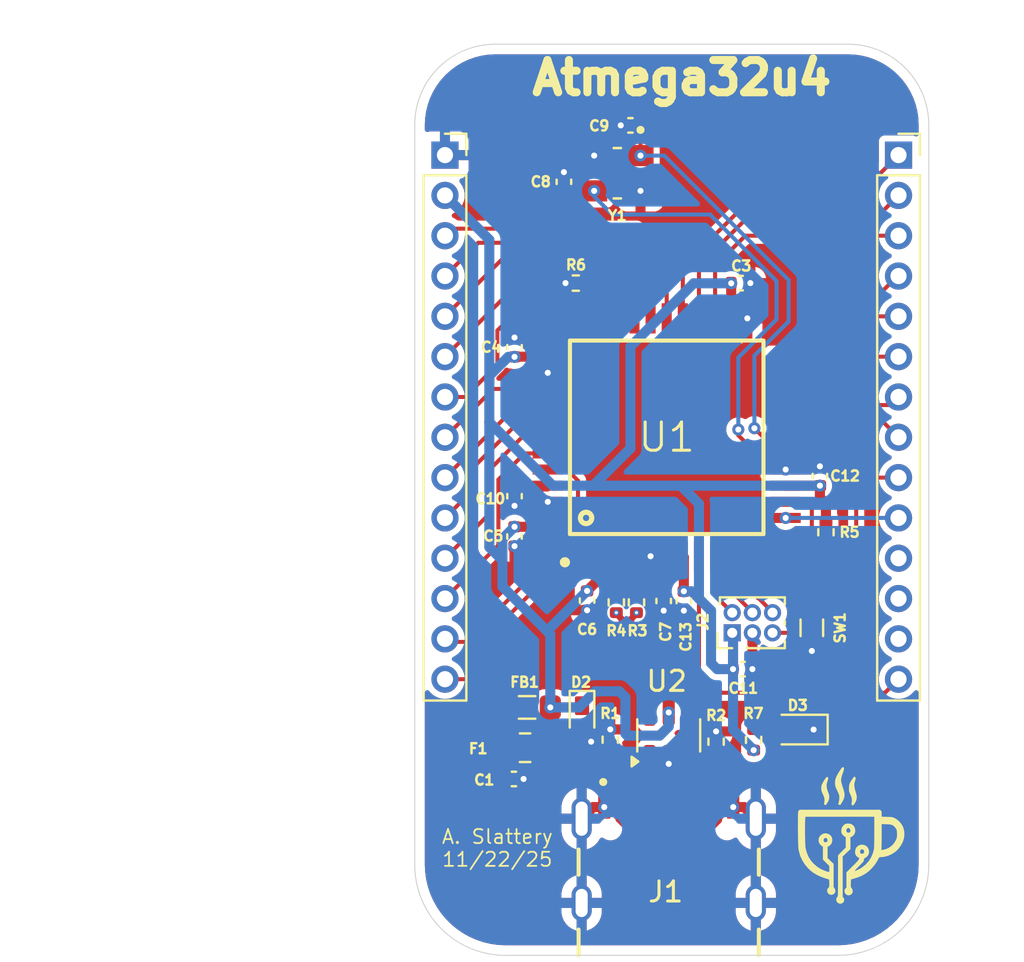
<source format=kicad_pcb>
(kicad_pcb (version 20241229) (generator "pcbnew") (generator_version "9.0")
  (layers (0 "F.Cu" signal) (2 "B.Cu" signal) (13 "F.Paste" user) (15 "B.Paste" user) (5 "F.SilkS" user "F.Silkscreen") (7 "B.SilkS" user "B.Silkscreen") (1 "F.Mask" user) (3 "B.Mask" user) (25 "Edge.Cuts" user))
  (net 0 "")
  (net 1 "GND")
  (net 2 "Net-(C1-Pad1)")
  (net 3 "MCU_5V")
  (net 4 "Net-(U1-UCAP)")
  (net 5 "Xin")
  (net 6 "Xout")
  (net 7 "Net-(U1-AREF)")
  (net 8 "Net-(D3-A)")
  (net 9 "/VBUS")
  (net 12 "Net-(J1-CC1)")
  (net 13 "Net-(J1-CC2)")
  (net 14 "SCL")
  (net 15 "MOSI")
  (net 16 "/PD2")
  (net 17 "/PB7")
  (net 18 "/PD0")
  (net 19 "/PB4")
  (net 20 "/PB0")
  (net 21 "/PD3")
  (net 22 "/PB5")
  (net 23 "/PB6")
  (net 24 "/PC7")
  (net 25 "MISO")
  (net 26 "/PD1")
  (net 27 "/PC6")
  (net 28 "/PF4")
  (net 29 "/PE6")
  (net 30 "/PD4")
  (net 31 "/PD7")
  (net 32 "/PF5")
  (net 33 "/PD5")
  (net 34 "/PF7")
  (net 35 "/PD6")
  (net 36 "Reset")
  (net 37 "/PF6")
  (net 38 "/PF1")
  (net 39 "/PF0")
  (net 40 "Net-(U1-D+)")
  (net 41 "Net-(U1-D-)")
  (net 42 "Net-(U1-~{HWB}{slash}PE2)")
  (net 43 "Net-(J1-DP1)")
  (net 44 "Net-(J1-DN1)")
  (net 45 "USB_P")
  (net 46 "USB_N")
  (footprint "Capacitor_SMD:C_0402_1005Metric" (layer "F.Cu") (at 151.17 111.4)
    (property "Reference" "C1")
    (property "Value" "4.7u")
  )
  (footprint "Capacitor_SMD:C_0402_1005Metric" (layer "F.Cu") (at 156.95 78.975 180)
    (property "Reference" "C9")
    (property "Value" "22p")
  )
  (footprint "Connector_PinSocket_2.00mm:PinSocket_1x14_P2.00mm_Vertical" (layer "F.Cu") (at 170.25 80.45)
    (property "Reference" "J3" (hide yes))
    (property "Value" "Conn_01x14_Pin")
  )
  (footprint "Footprints:PlaceHolder_Logo" (layer "F.Cu") (at 167.514568 114.176154)
    (property "Reference" "G***" (hide yes))
    (property "Value" "LOGO" (hide yes))
  )
  (footprint "Capacitor_SMD:C_0402_1005Metric" (layer "F.Cu") (at 151.2 99.37 -90)
    (property "Reference" "C5")
    (property "Value" "0.1u")
  )
  (footprint "Resistor_SMD:R_0402_1005Metric" (layer "F.Cu") (at 155.95 109.45 -90)
    (property "Reference" "R1")
    (property "Value" "5.1k")
  )
  (footprint "Connector_PinHeader_1.00mm:PinHeader_2x03_P1.00mm_Vertical" (layer "F.Cu") (at 162 104.15 90)
    (property "Reference" "J2")
    (property "Value" "ICSP HEader 2x3")
  )
  (footprint "Footprints:GCT_USB4105-GF-A" (layer "F.Cu") (at 158.85 117.55)
    (property "Reference" "J1")
    (property "Value" "USB4105-GF-A")
  )
  (footprint "Resistor_SMD:R_0402_1005Metric" (layer "F.Cu") (at 161.2 109.55 90)
    (property "Reference" "R2")
    (property "Value" "5.1k")
  )
  (footprint "Capacitor_SMD:C_0402_1005Metric" (layer "F.Cu") (at 162.42 86.8)
    (property "Reference" "C3")
    (property "Value" "0.1u")
  )
  (footprint "Inductor_SMD:L_0805_2012Metric_Pad1.05x1.20mm_HandSolder" (layer "F.Cu") (at 151.825 107.85)
    (property "Reference" "FB1")
    (property "Value" "HI0603N300R-10")
  )
  (footprint "Fuse:Fuse_0805_2012Metric_Pad1.15x1.40mm_HandSolder" (layer "F.Cu") (at 151.725 109.85 180)
    (property "Reference" "F1")
    (property "Value" "Polyfuse")
  )
  (footprint "LED_SMD:LED_0603_1608Metric" (layer "F.Cu") (at 165.25 108.95 180)
    (property "Reference" "D3")
    (property "Value" "YY0603RE-RN2S1-T2AR4")
  )
  (footprint "Inductor_SMD:L_0805_2012Metric_Pad1.05x1.20mm_HandSolder" (layer "F.Cu") (at 165.95 103.9 90)
    (property "Reference" "SW1")
    (property "Value" "1825910-6")
  )
  (footprint "Resistor_SMD:R_0402_1005Metric" (layer "F.Cu") (at 154.24 86.8)
    (property "Reference" "R6")
    (property "Value" "10K")
  )
  (footprint "Resistor_SMD:R_0402_1005Metric" (layer "F.Cu") (at 166.65 99.16 -90)
    (property "Reference" "R5")
    (property "Value" "10K")
  )
  (footprint "Footprints:QFP80P1200X1200X120-44N" (layer "F.Cu") (at 158.75 94.45 90)
    (property "Reference" "U1")
    (property "Value" "ATmega32U4-A")
  )
  (footprint "Capacitor_SMD:C_0402_1005Metric" (layer "F.Cu") (at 151.2 97.37 90)
    (property "Reference" "C10")
    (property "Value" "0.1u")
  )
  (footprint "Capacitor_SMD:C_0402_1005Metric" (layer "F.Cu") (at 151.2 89.98 90)
    (property "Reference" "C4")
    (property "Value" "0.1u")
  )
  (footprint "Package_TO_SOT_SMD:SOT-23-6" (layer "F.Cu") (at 158.85 109.2375 90)
    (property "Reference" "U2")
    (property "Value" "USBLC6-2SC6")
  )
  (footprint "Capacitor_SMD:C_0402_1005Metric" (layer "F.Cu") (at 158.6 102.57 -90)
    (property "Reference" "C7")
    (property "Value" "1u")
  )
  (footprint "Footprints:XTAL_ABM8-16.000MHZ-10-1-U-T" (layer "F.Cu") (at 156.3 81.35 -90)
    (property "Reference" "Y1")
    (property "Value" "ABM8-16.000MHZ-10-1-U-T")
  )
  (footprint "Capacitor_SMD:C_0402_1005Metric" (layer "F.Cu") (at 159.6 102.57 -90)
    (property "Reference" "C13")
    (property "Value" "0.1u")
  )
  (footprint "Diode_SMD:Nexperia_DSN1608-2_1.6x0.8mm" (layer "F.Cu") (at 154.55 108.05 -90)
    (property "Reference" "D2")
    (property "Value" "PTVS5V0Z1USK")
  )
  (footprint "Resistor_SMD:R_0402_1005Metric" (layer "F.Cu") (at 163.0625 109.46 90)
    (property "Reference" "R7")
    (property "Value" "1K")
  )
  (footprint "Resistor_SMD:R_0402_1005Metric" (layer "F.Cu") (at 157.25 102.64 90)
    (property "Reference" "R3")
    (property "Value" "22")
  )
  (footprint "Capacitor_SMD:C_0402_1005Metric" (layer "F.Cu") (at 162.52 105.95)
    (property "Reference" "C11")
    (property "Value" "0.1u")
  )
  (footprint "Capacitor_SMD:C_0402_1005Metric" (layer "F.Cu") (at 166.35 96.37 90)
    (property "Reference" "C12")
    (property "Value" "0.1u")
  )
  (footprint "Resistor_SMD:R_0402_1005Metric" (layer "F.Cu") (at 156.25 102.64 90)
    (property "Reference" "R4")
    (property "Value" "22")
  )
  (footprint "Connector_PinSocket_2.00mm:PinSocket_1x14_P2.00mm_Vertical" (layer "F.Cu") (at 147.75 80.45)
    (property "Reference" "J4" (hide yes))
    (property "Value" "Conn_01x14_Pin")
  )
  (footprint "Capacitor_SMD:C_0402_1005Metric" (layer "F.Cu") (at 153.65 81.775 90)
    (property "Reference" "C8")
    (property "Value" "22p")
  )
  (footprint "Capacitor_SMD:C_0402_1005Metric" (layer "F.Cu") (at 154.8 102.55 -90)
    (property "Reference" "C6")
    (property "Value" "0.1u")
  )
  (gr_line (start 146.25 115.65) (end 146.25 78.95) (stroke (width 0.05)) (layer "Edge.Cuts"))
  (gr_arc (start 150.75 120.15) (mid 147.568019 118.831981) (end 146.25 115.65) (stroke (width 0.05)) (layer "Edge.Cuts"))
  (gr_arc (start 171.75 115.65) (mid 170.431981 118.831981) (end 167.25 120.15) (stroke (width 0.05)) (layer "Edge.Cuts"))
  (gr_line (start 171.75 78.95) (end 171.75 115.65) (stroke (width 0.05)) (layer "Edge.Cuts"))
  (gr_arc (start 167.75 74.95) (mid 170.578427 76.121573) (end 171.75 78.95) (stroke (width 0.05)) (layer "Edge.Cuts"))
  (gr_line (start 167.25 120.15) (end 150.75 120.15) (stroke (width 0.05)) (layer "Edge.Cuts"))
  (gr_line (start 150.25 74.95) (end 167.75 74.95) (stroke (width 0.05)) (layer "Edge.Cuts"))
  (gr_arc (start 146.25 78.95) (mid 147.421573 76.121573) (end 150.25 74.95) (stroke (width 0.05)) (layer "Edge.Cuts"))
  (gr_text "Atmega32u4" (at 159.5 77.55 0) (layer "F.SilkS") (effects (font (size 1.6 1.6) (thickness 0.4) (bold yes)) (justify bottom)))
  (gr_text "A. Slattery\n11/22/25" (at 150.35 115.8 0) (layer "F.SilkS") (effects (font (size 0.7 0.7) (thickness 0.0875)) (justify bottom)))
  (segment (start 163.04 104.19) (end 163 104.15) (width 0.2) (layer "F.Cu") (net 1))
  (segment (start 155.65 112.795) (end 155.105 112.795) (width 0.5) (layer "F.Cu") (net 1))
  (segment (start 155 109.55) (end 155 109.4) (width 0.4) (layer "F.Cu") (net 1))
  (segment (start 162.595 112.795) (end 163.17 113.37) (width 0.5) (layer "F.Cu") (net 1))
  (segment (start 154.55 108.95) (end 154.55 108.65) (width 0.4) (layer "F.Cu") (net 1))
  (segment (start 155 109.4) (end 154.55 108.95) (width 0.4) (layer "F.Cu") (net 1))
  (segment (start 155.105 112.795) (end 154.53 113.37) (width 0.5) (layer "F.Cu") (net 1))
  (segment (start 163 105.95) (end 163 104.15) (width 0.5) (layer "F.Cu") (net 1))
  (segment (start 162.05 112.795) (end 162.595 112.795) (width 0.5) (layer "F.Cu") (net 1))
  (via (at 157.95 100.35) (size 0.6) (drill 0.3) (layers "F.Cu" "B.Cu") (net 1))
  (via (at 162.9 86.8) (size 0.6) (drill 0.3) (layers "F.Cu" "B.Cu") (net 1))
  (via (at 153.73 86.8) (size 0.6) (drill 0.3) (layers "F.Cu" "B.Cu") (net 1))
  (via (at 152.85 91.25) (size 0.6) (drill 0.3) (layers "F.Cu" "B.Cu") (net 1))
  (via (at 152.85 97.65) (size 0.6) (drill 0.3) (layers "F.Cu" "B.Cu") (net 1))
  (via (at 163 105.95) (size 0.6) (drill 0.3) (layers "F.Cu" "B.Cu") (net 1))
  (via (at 155 109.55) (size 0.6) (drill 0.3) (layers "F.Cu" "B.Cu") (net 1))
  (via (at 166.35 95.89) (size 0.6) (drill 0.3) (layers "F.Cu" "B.Cu") (net 1))
  (via (at 156.47 78.975) (size 0.6) (drill 0.3) (layers "F.Cu" "B.Cu") (net 1))
  (via (at 153.65 81.295) (size 0.6) (drill 0.3) (layers "F.Cu" "B.Cu") (net 1))
  (via (at 155.65 112.795) (size 0.6) (drill 0.3) (layers "F.Cu" "B.Cu") (net 1))
  (via (at 154.8 103.03) (size 0.6) (drill 0.3) (layers "F.Cu" "B.Cu") (net 1))
  (via (at 151.2 99.85) (size 0.6) (drill 0.3) (layers "F.Cu" "B.Cu") (net 1))
  (via (at 158.85 110.65) (size 0.6) (drill 0.3) (layers "F.Cu" "B.Cu") (net 1))
  (via (at 166.0375 108.95) (size 0.6) (drill 0.3) (layers "F.Cu" "B.Cu") (net 1))
  (via (at 155.15 80.475) (size 0.6) (drill 0.3) (layers "F.Cu" "B.Cu") (net 1))
  (via (at 155.95 108.94) (size 0.6) (drill 0.3) (layers "F.Cu" "B.Cu") (net 1))
  (via (at 157.45 82.225) (size 0.6) (drill 0.3) (layers "F.Cu" "B.Cu") (net 1))
  (via (at 165.95 105.05) (size 0.6) (drill 0.3) (layers "F.Cu" "B.Cu") (net 1))
  (via (at 158.6 103.05) (size 0.6) (drill 0.3) (layers "F.Cu" "B.Cu") (net 1))
  (via (at 151.65 111.4) (size 0.6) (drill 0.3) (layers "F.Cu" "B.Cu") (net 1))
  (via (at 162.05 112.795) (size 0.6) (drill 0.3) (layers "F.Cu" "B.Cu") (net 1))
  (via (at 151.2 97.85) (size 0.6) (drill 0.3) (layers "F.Cu" "B.Cu") (net 1))
  (via (at 162.75 88.55) (size 0.6) (drill 0.3) (layers "F.Cu" "B.Cu") (net 1))
  (via (at 164.65 96.05) (size 0.6) (drill 0.3) (layers "F.Cu" "B.Cu") (net 1))
  (via (at 151.2 89.5) (size 0.6) (drill 0.3) (layers "F.Cu" "B.Cu") (net 1))
  (via (at 159.6 103.05) (size 0.6) (drill 0.3) (layers "F.Cu" "B.Cu") (net 1))
  (via (at 161.2 109.04) (size 0.6) (drill 0.3) (layers "F.Cu" "B.Cu") (net 1))
  (segment (start 150.69 109.86) (end 150.7 109.85) (width 0.5) (layer "F.Cu") (net 2))
  (segment (start 150.69 111.4) (end 150.69 109.86) (width 0.5) (layer "F.Cu") (net 2))
  (segment (start 150.7 107.875) (end 150.675 107.85) (width 0.2) (layer "F.Cu") (net 2))
  (segment (start 150.7 109.85) (end 150.7 107.875) (width 0.5) (layer "F.Cu") (net 2))
  (segment (start 166.35 96.85) (end 164.65 96.85) (width 0.5) (layer "F.Cu") (net 3))
  (segment (start 152.41 98.89) (end 152.85 98.45) (width 0.5) (layer "F.Cu") (net 3))
  (segment (start 155.55 101.32) (end 155.55 100.35) (width 0.2) (layer "F.Cu") (net 3))
  (segment (start 159.6 102.09) (end 159.6 100.4) (width 0.5) (layer "F.Cu") (net 3))
  (segment (start 152.975 107.85) (end 154.465 107.85) (width 0.5) (layer "F.Cu") (net 3))
  (segment (start 152.85 90.45) (end 151.21 90.45) (width 0.5) (layer "F.Cu") (net 3))
  (segment (start 166.35 97.45) (end 166.35 96.85) (width 0.5) (layer "F.Cu") (net 3))
  (segment (start 166.45 97.55) (end 166.35 97.45) (width 0.5) (layer "F.Cu") (net 3))
  (segment (start 154.8 102.07) (end 155.55 101.32) (width 0.5) (layer "F.Cu") (net 3))
  (segment (start 154.465 107.85) (end 154.55 107.765) (width 0.5) (layer "F.Cu") (net 3))
  (segment (start 166.65 97.75) (end 166.65 98.65) (width 0.5) (layer "F.Cu") (net 3))
  (segment (start 166.45 97.55) (end 166.65 97.75) (width 0.5) (layer "F.Cu") (net 3))
  (segment (start 161.95 86.81) (end 161.95 88.55) (width 0.5) (layer "F.Cu") (net 3))
  (segment (start 151.21 90.45) (end 151.2 90.46) (width 0.5) (layer "F.Cu") (net 3))
  (segment (start 151.2 98.89) (end 152.41 98.89) (width 0.5) (layer "F.Cu") (net 3))
  (segment (start 159.6 100.4) (end 159.55 100.35) (width 0.5) (layer "F.Cu") (net 3))
  (segment (start 162.04 105.95) (end 162.04 104.19) (width 0.5) (layer "F.Cu") (net 3))
  (via (at 151.2 90.46) (size 0.6) (drill 0.3) (layers "F.Cu" "B.Cu") (net 3))
  (via (at 159.6 102.09) (size 0.6) (drill 0.3) (layers "F.Cu" "B.Cu") (net 3))
  (via (at 152.975 107.85) (size 0.6) (drill 0.3) (layers "F.Cu" "B.Cu") (net 3))
  (via (at 158.85 108.1) (size 0.6) (drill 0.3) (layers "F.Cu" "B.Cu") (net 3))
  (via (at 161.95 86.81) (size 0.6) (drill 0.3) (layers "F.Cu" "B.Cu") (net 3))
  (via (at 154.8 102.07) (size 0.6) (drill 0.3) (layers "F.Cu" "B.Cu") (net 3))
  (via (at 162.04 105.95) (size 0.6) (drill 0.3) (layers "F.Cu" "B.Cu") (net 3))
  (via (at 151.2 98.89) (size 0.6) (drill 0.3) (layers "F.Cu" "B.Cu") (net 3))
  (via (at 163.0625 109.97) (size 0.6) (drill 0.3) (layers "F.Cu" "B.Cu") (net 3))
  (via (at 166.35 96.85) (size 0.6) (drill 0.3) (layers "F.Cu" "B.Cu") (net 3))
  (segment (start 154.4 107.85) (end 152.975 107.85) (width 0.5) (layer "B.Cu") (net 3))
  (segment (start 160.35 102.45) (end 159.99 102.09) (width 0.5) (layer "B.Cu") (net 3))
  (segment (start 162.15 104.3) (end 162 104.15) (width 0.5) (layer "B.Cu") (net 3))
  (segment (start 149.95 91.4) (end 150.890001 90.46) (width 0.5) (layer "B.Cu") (net 3))
  (segment (start 155.2 107.05) (end 154.4 107.85) (width 0.5) (layer "B.Cu") (net 3))
  (segment (start 160.09 86.81) (end 161.95 86.81) (width 0.5) (layer "B.Cu") (net 3))
  (segment (start 158.4 109.25) (end 158.85 108.8) (width 0.5) (layer "B.Cu") (net 3))
  (segment (start 149.95 99.9) (end 149.95 93.7) (width 0.5) (layer "B.Cu") (net 3))
  (segment (start 155.2 107.05) (end 156.4 107.05) (width 0.5) (layer "B.Cu") (net 3))
  (segment (start 160.95 105.65) (end 160.95 103.05) (width 0.5) (layer "B.Cu") (net 3))
  (segment (start 152.875 104.125) (end 152.875 103.995) (width 0.5) (layer "B.Cu") (net 3))
  (segment (start 150.599 101.849) (end 150.599 100.55) (width 0.5) (layer "B.Cu") (net 3))
  (segment (start 152.975 107.85) (end 152.975 104.225) (width 0.5) (layer "B.Cu") (net 3))
  (segment (start 156.95 95) (end 156.95 89.95) (width 0.5) (layer "B.Cu") (net 3))
  (segment (start 161.25 105.95) (end 160.95 105.65) (width 0.5) (layer "B.Cu") (net 3))
  (segment (start 162.04 108.9475) (end 163.0625 109.97) (width 0.5) (layer "B.Cu") (net 3))
  (segment (start 162.04 104.19) (end 162 104.15) (width 0.5) (layer "B.Cu") (net 3))
  (segment (start 156.8 109.25) (end 158.4 109.25) (width 0.5) (layer "B.Cu") (net 3))
  (segment (start 150.599 100.55) (end 150.599 99.491) (width 0.5) (layer "B.Cu") (net 3))
  (segment (start 156.7 109.15) (end 156.8 109.25) (width 0.5) (layer "B.Cu") (net 3))
  (segment (start 162.04 105.95) (end 162.04 108.9475) (width 0.5) (layer "B.Cu") (net 3))
  (segment (start 153.1 96.85) (end 155.1 96.85) (width 0.5) (layer "B.Cu") (net 3))
  (segment (start 152.875 103.995) (end 154.8 102.07) (width 0.5) (layer "B.Cu") (net 3))
  (segment (start 150.599 100.549) (end 149.95 99.9) (width 0.5) (layer "B.Cu") (net 3))
  (segment (start 152.975 104.225) (end 152.875 104.125) (width 0.5) (layer "B.Cu") (net 3))
  (segment (start 159.99 102.09) (end 159.6 102.09) (width 0.5) (layer "B.Cu") (net 3))
  (segment (start 150.599 100.55) (end 150.599 100.549) (width 0.5) (layer "B.Cu") (net 3))
  (segment (start 162.04 105.95) (end 162.04 104.19) (width 0.5) (layer "B.Cu") (net 3))
  (segment (start 159.45 96.85) (end 160.35 97.75) (width 0.5) (layer "B.Cu") (net 3))
  (segment (start 155.1 96.85) (end 156.95 95) (width 0.5) (layer "B.Cu") (net 3))
  (segment (start 150.890001 90.46) (end 151.2 90.46) (width 0.5) (layer "B.Cu") (net 3))
  (segment (start 156.95 96.85) (end 159.45 96.85) (width 0.5) (layer "B.Cu") (net 3))
  (segment (start 162.04 105.95) (end 161.25 105.95) (width 0.5) (layer "B.Cu") (net 3))
  (segment (start 149.95 84.65) (end 147.75 82.45) (width 0.5) (layer "B.Cu") (net 3))
  (segment (start 159.45 96.85) (end 166.35 96.85) (width 0.5) (layer "B.Cu") (net 3))
  (segment (start 149.95 93.7) (end 149.95 91.7) (width 0.5) (layer "B.Cu") (net 3))
  (segment (start 158.85 108.8) (end 158.85 108.1) (width 0.5) (layer "B.Cu") (net 3))
  (segment (start 150.599 99.491) (end 151.2 98.89) (width 0.5) (layer "B.Cu") (net 3))
  (segment (start 149.95 91.7) (end 149.95 91.4) (width 0.5) (layer "B.Cu") (net 3))
  (segment (start 149.95 93.7) (end 153.1 96.85) (width 0.5) (layer "B.Cu") (net 3))
  (segment (start 156.95 89.95) (end 160.09 86.81) (width 0.5) (layer "B.Cu") (net 3))
  (segment (start 160.95 103.05) (end 160.35 102.45) (width 0.5) (layer "B.Cu") (net 3))
  (segment (start 160.35 97.75) (end 160.35 102.45) (width 0.5) (layer "B.Cu") (net 3))
  (segment (start 156.4 107.05) (end 156.7 107.35) (width 0.5) (layer "B.Cu") (net 3))
  (segment (start 156.7 107.35) (end 156.7 109.15) (width 0.5) (layer "B.Cu") (net 3))
  (segment (start 152.975 104.225) (end 150.599 101.849) (width 0.5) (layer "B.Cu") (net 3))
  (segment (start 149.95 91.7) (end 149.95 84.65) (width 0.5) (layer "B.Cu") (net 3))
  (segment (start 155.1 96.85) (end 156.95 96.85) (width 0.5) (layer "B.Cu") (net 3))
  (segment (start 158.6 102.09) (end 158.6 101.7) (width 0.5) (layer "F.Cu") (net 4))
  (segment (start 158.75 101.55) (end 158.75 100.35) (width 0.5) (layer "F.Cu") (net 4))
  (segment (start 158.6 101.7) (end 158.75 101.55) (width 0.5) (layer "F.Cu") (net 4))
  (segment (start 164.65 94.45) (end 163.55 94.45) (width 0.2) (layer "F.Cu") (net 5))
  (segment (start 157.45 80.475) (end 157.45 78.995) (width 0.2) (layer "F.Cu") (net 5))
  (segment (start 163.55 94.45) (end 163.1 94) (width 0.2) (layer "F.Cu") (net 5))
  (segment (start 157.45 78.995) (end 157.43 78.975) (width 0.2) (layer "F.Cu") (net 5))
  (via (at 157.45 80.475) (size 0.6) (drill 0.3) (layers "F.Cu" "B.Cu") (net 5))
  (via (at 163.1 94) (size 0.6) (drill 0.3) (layers "F.Cu" "B.Cu") (net 5))
  (segment (start 164.8 86.65) (end 158.625 80.475) (width 0.2) (layer "B.Cu") (net 5))
  (segment (start 163.1 94) (end 163.1 90.4) (width 0.2) (layer "B.Cu") (net 5))
  (segment (start 164.8 88.7) (end 164.8 86.65) (width 0.2) (layer "B.Cu") (net 5))
  (segment (start 163.1 90.4) (end 164.8 88.7) (width 0.2) (layer "B.Cu") (net 5))
  (segment (start 158.625 80.475) (end 157.45 80.475) (width 0.2) (layer "B.Cu") (net 5))
  (segment (start 153.68 82.225) (end 153.65 82.255) (width 0.2) (layer "F.Cu") (net 6))
  (segment (start 155.15 82.225) (end 153.68 82.225) (width 0.2) (layer "F.Cu") (net 6))
  (segment (start 162.30276 94.35276) (end 163.2 95.25) (width 0.2) (layer "F.Cu") (net 6))
  (segment (start 163.2 95.25) (end 164.65 95.25) (width 0.2) (layer "F.Cu") (net 6))
  (segment (start 162.30276 94.066437) (end 162.30276 94.35276) (width 0.2) (layer "F.Cu") (net 6))
  (via (at 155.15 82.225) (size 0.6) (drill 0.3) (layers "F.Cu" "B.Cu") (net 6))
  (via (at 162.30276 94.066437) (size 0.6) (drill 0.3) (layers "F.Cu" "B.Cu") (net 6))
  (segment (start 160.9 83.4) (end 156.05 83.4) (width 0.2) (layer "B.Cu") (net 6))
  (segment (start 155.15 82.5) (end 155.15 82.225) (width 0.2) (layer "B.Cu") (net 6))
  (segment (start 162.30276 94.066437) (end 162.30276 90.49724) (width 0.2) (layer "B.Cu") (net 6))
  (segment (start 162.30276 90.49724) (end 164.2 88.6) (width 0.2) (layer "B.Cu") (net 6))
  (segment (start 164.2 88.6) (end 164.2 86.7) (width 0.2) (layer "B.Cu") (net 6))
  (segment (start 156.05 83.4) (end 155.15 82.5) (width 0.2) (layer "B.Cu") (net 6))
  (segment (start 164.2 86.7) (end 160.9 83.4) (width 0.2) (layer "B.Cu") (net 6))
  (segment (start 151.2 96.89) (end 152.81 96.89) (width 0.5) (layer "F.Cu") (net 7))
  (segment (start 152.81 96.89) (end 152.85 96.85) (width 0.5) (layer "F.Cu") (net 7))
  (segment (start 164.4625 108.95) (end 163.0625 108.95) (width 0.5) (layer "F.Cu") (net 8))
  (segment (start 156.45 112.795) (end 156.45 113.35) (width 0.5) (layer "F.Cu") (net 9))
  (segment (start 156.45 112.795) (end 156.45 112.02) (width 0.5) (layer "F.Cu") (net 9))
  (segment (start 154.28 109.85) (end 152.75 109.85) (width 0.5) (layer "F.Cu") (net 9))
  (segment (start 156.45 112.02) (end 154.28 109.85) (width 0.5) (layer "F.Cu") (net 9))
  (segment (start 156.45 113.35) (end 157.45 114.35) (width 0.5) (layer "F.Cu") (net 9))
  (segment (start 160.303992 114.35) (end 161.25 113.403992) (width 0.5) (layer "F.Cu") (net 9))
  (segment (start 161.25 113.403992) (end 161.25 112.795) (width 0.5) (layer "F.Cu") (net 9))
  (segment (start 157.45 114.35) (end 160.303992 114.35) (width 0.5) (layer "F.Cu") (net 9))
  (segment (start 157.2329 111.7) (end 156.909232 111.7) (width 0.2) (layer "F.Cu") (net 12))
  (segment (start 157.6 112.0671) (end 157.2329 111.7) (width 0.2) (layer "F.Cu") (net 12))
  (segment (start 157.6 112.795) (end 157.6 112.0671) (width 0.2) (layer "F.Cu") (net 12))
  (segment (start 155.95 110.740768) (end 155.95 109.96) (width 0.2) (layer "F.Cu") (net 12))
  (segment (start 156.909232 111.7) (end 155.95 110.740768) (width 0.2) (layer "F.Cu") (net 12))
  (segment (start 160.6 111) (end 161.2 110.4) (width 0.2) (layer "F.Cu") (net 13))
  (segment (start 160.6 112.795) (end 160.6 111) (width 0.2) (layer "F.Cu") (net 13))
  (segment (start 161.2 110.4) (end 161.2 110.06) (width 0.2) (layer "F.Cu") (net 13))
  (segment (start 161.15 102.3) (end 162 103.15) (width 0.2) (layer "F.Cu") (net 14))
  (segment (start 161.15 100.35) (end 161.15 102.3) (width 0.2) (layer "F.Cu") (net 14))
  (segment (start 163 103.12328) (end 163 103.15) (width 0.2) (layer "F.Cu") (net 15))
  (segment (start 162.96 103.11) (end 163 103.15) (width 0.2) (layer "F.Cu") (net 15))
  (segment (start 161.95 100.35) (end 161.95 102.07328) (width 0.2) (layer "F.Cu") (net 15))
  (segment (start 161.95 102.07328) (end 163 103.12328) (width 0.2) (layer "F.Cu") (net 15))
  (segment (start 166.1 92.05) (end 167.7 90.45) (width 0.2) (layer "F.Cu") (net 16))
  (segment (start 167.7 90.45) (end 170.25 90.45) (width 0.2) (layer "F.Cu") (net 16))
  (segment (start 164.65 92.05) (end 166.1 92.05) (width 0.2) (layer "F.Cu") (net 16))
  (via (at 164.65 98.45) (size 0.6) (drill 0.3) (layers "F.Cu" "B.Cu") (net 17))
  (segment (start 164.65 98.45) (end 170.25 98.45) (width 0.2) (layer "B.Cu") (net 17))
  (segment (start 164.65 93.65) (end 169.45 93.65) (width 0.2) (layer "F.Cu") (net 18))
  (segment (start 169.45 93.65) (end 170.25 94.45) (width 0.2) (layer "F.Cu") (net 18))
  (segment (start 158.75 88.55) (end 158.75 85.6) (width 0.2) (layer "F.Cu") (net 19))
  (segment (start 158.75 85.6) (end 157.25 84.1) (width 0.2) (layer "F.Cu") (net 19))
  (segment (start 148.1 84.1) (end 147.75 84.45) (width 0.2) (layer "F.Cu") (net 19))
  (segment (start 157.25 84.1) (end 148.1 84.1) (width 0.2) (layer "F.Cu") (net 19))
  (segment (start 161.475 107.125) (end 169.575 107.125) (width 0.2) (layer "F.Cu") (net 20))
  (segment (start 160.35 100.35) (end 160.35 106) (width 0.2) (layer "F.Cu") (net 20))
  (segment (start 160.35 106) (end 161.475 107.125) (width 0.2) (layer "F.Cu") (net 20))
  (segment (start 169.575 107.125) (end 170.25 106.45) (width 0.2) (layer "F.Cu") (net 20))
  (segment (start 169 88.45) (end 170.25 88.45) (width 0.2) (layer "F.Cu") (net 21))
  (segment (start 166.2 91.25) (end 169 88.45) (width 0.2) (layer "F.Cu") (net 21))
  (segment (start 164.65 91.25) (end 166.2 91.25) (width 0.2) (layer "F.Cu") (net 21))
  (segment (start 157.95 86.15) (end 156.6 84.8) (width 0.2) (layer "F.Cu") (net 22))
  (segment (start 157.95 88.55) (end 157.95 86.15) (width 0.2) (layer "F.Cu") (net 22))
  (segment (start 149.4 84.8) (end 147.75 86.45) (width 0.2) (layer "F.Cu") (net 22))
  (segment (start 156.6 84.8) (end 149.4 84.8) (width 0.2) (layer "F.Cu") (net 22))
  (segment (start 150.8 85.4) (end 147.75 88.45) (width 0.2) (layer "F.Cu") (net 23))
  (segment (start 157.15 86.7) (end 155.85 85.4) (width 0.2) (layer "F.Cu") (net 23))
  (segment (start 155.85 85.4) (end 150.8 85.4) (width 0.2) (layer "F.Cu") (net 23))
  (segment (start 157.15 88.55) (end 157.15 86.7) (width 0.2) (layer "F.Cu") (net 23))
  (segment (start 148.75 92.45) (end 147.75 92.45) (width 0.2) (layer "F.Cu") (net 24))
  (segment (start 150.35 89.15) (end 150.35 90.85) (width 0.2) (layer "F.Cu") (net 24))
  (segment (start 153.05 88.65) (end 150.85 88.65) (width 0.2) (layer "F.Cu") (net 24))
  (segment (start 155.55 88.55) (end 155.55 89.5) (width 0.2) (layer "F.Cu") (net 24))
  (segment (start 150.85 88.65) (end 150.35 89.15) (width 0.2) (layer "F.Cu") (net 24))
  (segment (start 155.55 89.5) (end 155.05 90) (width 0.2) (layer "F.Cu") (net 24))
  (segment (start 154.4 90) (end 153.05 88.65) (width 0.2) (layer "F.Cu") (net 24))
  (segment (start 150.35 90.85) (end 150.175 91.025) (width 0.2) (layer "F.Cu") (net 24))
  (segment (start 155.05 90) (end 154.4 90) (width 0.2) (layer "F.Cu") (net 24))
  (segment (start 150.175 91.025) (end 148.75 92.45) (width 0.2) (layer "F.Cu") (net 24))
  (segment (start 163.274 102.424) (end 163.30072 102.424) (width 0.2) (layer "F.Cu") (net 25))
  (segment (start 163.726 102.84928) (end 163.726 102.876) (width 0.2) (layer "F.Cu") (net 25))
  (segment (start 163.30072 102.424) (end 163.726 102.84928) (width 0.2) (layer "F.Cu") (net 25))
  (segment (start 163.726 102.876) (end 164 103.15) (width 0.2) (layer "F.Cu") (net 25))
  (segment (start 162.75 101.9) (end 163.274 102.424) (width 0.2) (layer "F.Cu") (net 25))
  (segment (start 162.75 100.35) (end 162.75 101.9) (width 0.2) (layer "F.Cu") (net 25))
  (segment (start 169.85 92.85) (end 170.25 92.45) (width 0.2) (layer "F.Cu") (net 26))
  (segment (start 164.65 92.85) (end 169.85 92.85) (width 0.2) (layer "F.Cu") (net 26))
  (segment (start 152.1 86.1) (end 147.75 90.45) (width 0.2) (layer "F.Cu") (net 27))
  (segment (start 156.35 87) (end 155.45 86.1) (width 0.2) (layer "F.Cu") (net 27))
  (segment (start 155.45 86.1) (end 152.1 86.1) (width 0.2) (layer "F.Cu") (net 27))
  (segment (start 156.35 88.55) (end 156.35 87) (width 0.2) (layer "F.Cu") (net 27))
  (segment (start 151.56825 94.45) (end 149.85 96.16825) (width 0.2) (layer "F.Cu") (net 28))
  (segment (start 149.85 96.16825) (end 149.85 98.35) (width 0.2) (layer "F.Cu") (net 28))
  (segment (start 152.85 94.45) (end 151.56825 94.45) (width 0.2) (layer "F.Cu") (net 28))
  (segment (start 149.85 98.35) (end 147.75 100.45) (width 0.2) (layer "F.Cu") (net 28))
  (segment (start 149.15 106.45) (end 147.75 106.45) (width 0.2) (layer "F.Cu") (net 29))
  (segment (start 153.85 100.35) (end 149.5 104.7) (width 0.2) (layer "F.Cu") (net 29))
  (segment (start 149.5 106.1) (end 149.15 106.45) (width 0.2) (layer "F.Cu") (net 29))
  (segment (start 149.5 104.7) (end 149.5 106.1) (width 0.2) (layer "F.Cu") (net 29))
  (segment (start 154.75 100.35) (end 153.85 100.35) (width 0.2) (layer "F.Cu") (net 29))
  (segment (start 162.65 84.45) (end 170.25 84.45) (width 0.2) (layer "F.Cu") (net 30))
  (segment (start 161.15 85.95) (end 162.65 84.45) (width 0.2) (layer "F.Cu") (net 30))
  (segment (start 161.15 88.55) (end 161.15 85.95) (width 0.2) (layer "F.Cu") (net 30))
  (segment (start 167.55 83.15) (end 170.25 80.45) (width 0.2) (layer "F.Cu") (net 31))
  (segment (start 159.55 86) (end 162.4 83.15) (width 0.2) (layer "F.Cu") (net 31))
  (segment (start 159.55 88.55) (end 159.55 86) (width 0.2) (layer "F.Cu") (net 31))
  (segment (start 162.4 83.15) (end 167.55 83.15) (width 0.2) (layer "F.Cu") (net 31))
  (segment (start 149.198 95.902) (end 149.198 97.002) (width 0.2) (layer "F.Cu") (net 32))
  (segment (start 149.198 97.002) (end 147.75 98.45) (width 0.2) (layer "F.Cu") (net 32))
  (segment (start 152.85 93.65) (end 151.45 93.65) (width 0.2) (layer "F.Cu") (net 32))
  (segment (start 151.45 93.65) (end 149.198 95.902) (width 0.2) (layer "F.Cu") (net 32))
  (segment (start 164.65 90.45) (end 166.2 90.45) (width 0.2) (layer "F.Cu") (net 33))
  (segment (start 166.2 90.45) (end 170.2 86.45) (width 0.2) (layer "F.Cu") (net 33))
  (segment (start 170.2 86.45) (end 170.25 86.45) (width 0.2) (layer "F.Cu") (net 33))
  (segment (start 150.15 92.05) (end 147.75 94.45) (width 0.2) (layer "F.Cu") (net 34))
  (segment (start 152.85 92.05) (end 150.15 92.05) (width 0.2) (layer "F.Cu") (net 34))
  (segment (start 162.55 83.75) (end 168.95 83.75) (width 0.2) (layer "F.Cu") (net 35))
  (segment (start 160.35 85.95) (end 162.55 83.75) (width 0.2) (layer "F.Cu") (net 35))
  (segment (start 160.35 88.55) (end 160.35 85.95) (width 0.2) (layer "F.Cu") (net 35))
  (segment (start 168.95 83.75) (end 170.25 82.45) (width 0.2) (layer "F.Cu") (net 35))
  (segment (start 168.15 97.55) (end 169.25 96.45) (width 0.2) (layer "F.Cu") (net 36))
  (segment (start 167.53 99.67) (end 168.15 99.05) (width 0.2) (layer "F.Cu") (net 36))
  (segment (start 166.65 99.67) (end 167.53 99.67) (width 0.2) (layer "F.Cu") (net 36))
  (segment (start 165.95 98) (end 165.95 101) (width 0.2) (layer "F.Cu") (net 36))
  (segment (start 165.95 103.05) (end 165.95 102.75) (width 0.2) (layer "F.Cu") (net 36))
  (segment (start 164 104.15) (end 164.85 104.15) (width 0.2) (layer "F.Cu") (net 36))
  (segment (start 165.95 101) (end 165.95 102.75) (width 0.2) (layer "F.Cu") (net 36))
  (segment (start 164.65 97.65) (end 165.6 97.65) (width 0.2) (layer "F.Cu") (net 36))
  (segment (start 168.15 99.05) (end 168.15 97.55) (width 0.2) (layer "F.Cu") (net 36))
  (segment (start 166.65 100.3) (end 165.95 101) (width 0.2) (layer "F.Cu") (net 36))
  (segment (start 165.6 97.65) (end 165.95 98) (width 0.2) (layer "F.Cu") (net 36))
  (segment (start 169.25 96.45) (end 170.25 96.45) (width 0.2) (layer "F.Cu") (net 36))
  (segment (start 166.65 99.67) (end 166.65 100.3) (width 0.2) (layer "F.Cu") (net 36))
  (segment (start 164.85 104.15) (end 165.95 103.05) (width 0.2) (layer "F.Cu") (net 36))
  (segment (start 152.85 92.85) (end 151.35 92.85) (width 0.2) (layer "F.Cu") (net 37))
  (segment (start 151.35 92.85) (end 147.75 96.45) (width 0.2) (layer "F.Cu") (net 37))
  (segment (start 150.4 96.55) (end 150.4 99.8) (width 0.2) (layer "F.Cu") (net 38))
  (segment (start 150.4 99.8) (end 147.75 102.45) (width 0.2) (layer "F.Cu") (net 38))
  (segment (start 151.7 95.25) (end 150.4 96.55) (width 0.2) (layer "F.Cu") (net 38))
  (segment (start 152.85 95.25) (end 151.7 95.25) (width 0.2) (layer "F.Cu") (net 38))
  (segment (start 153.8 96.05) (end 154.35 96.6) (width 0.2) (layer "F.Cu") (net 39))
  (segment (start 152.85 96.05) (end 153.8 96.05) (width 0.2) (layer "F.Cu") (net 39))
  (segment (start 154.35 96.6) (end 154.35 99.05) (width 0.2) (layer "F.Cu") (net 39))
  (segment (start 154.35 99.05) (end 148.8 104.6) (width 0.2) (layer "F.Cu") (net 39))
  (segment (start 148.8 104.6) (end 147.9 104.6) (width 0.2) (layer "F.Cu") (net 39))
  (segment (start 147.9 104.6) (end 147.75 104.45) (width 0.2) (layer "F.Cu") (net 39))
  (segment (start 157.15 102.03) (end 157.25 102.13) (width 0.2) (layer "F.Cu") (net 40))
  (segment (start 157.15 100.35) (end 157.15 102.03) (width 0.2) (layer "F.Cu") (net 40))
  (segment (start 156.35 102.03) (end 156.25 102.13) (width 0.2) (layer "F.Cu") (net 41))
  (segment (start 156.35 100.35) (end 156.35 102.03) (width 0.2) (layer "F.Cu") (net 41))
  (segment (start 154.75 88.55) (end 154.75 86.85) (width 0.5) (layer "F.Cu") (net 42))
  (segment (start 158.6 111.968) (end 158.649 111.919) (width 0.2) (layer "F.Cu") (net 43))
  (segment (start 159.6 111.968) (end 159.8 111.768) (width 0.2) (layer "F.Cu") (net 43))
  (segment (start 158.6 112.795) (end 158.6 111.968) (width 0.2) (layer "F.Cu") (net 43))
  (segment (start 158.649 111.919) (end 159.551 111.919) (width 0.2) (layer "F.Cu") (net 43))
  (segment (start 159.8 111.768) (end 159.8 110.65) (width 0.2) (layer "F.Cu") (net 43))
  (segment (start 159.6 111.968) (end 159.6 112.795) (width 0.2) (layer "F.Cu") (net 43))
  (segment (start 159.551 111.919) (end 159.6 111.968) (width 0.2) (layer "F.Cu") (net 43))
  (segment (start 158.1 112.795) (end 158.1 112) (width 0.2) (layer "F.Cu") (net 44))
  (segment (start 158.1 113.622) (end 158.1 112.795) (width 0.2) (layer "F.Cu") (net 44))
  (segment (start 159.029 113.671) (end 158.149 113.671) (width 0.2) (layer "F.Cu") (net 44))
  (segment (start 159.1 112.795) (end 159.1 113.6) (width 0.2) (layer "F.Cu") (net 44))
  (segment (start 158.1 112) (end 157.9 111.8) (width 0.2) (layer "F.Cu") (net 44))
  (segment (start 158.149 113.671) (end 158.1 113.622) (width 0.2) (layer "F.Cu") (net 44))
  (segment (start 157.9 111.8) (end 157.9 110.65) (width 0.2) (layer "F.Cu") (net 44))
  (segment (start 159.1 113.6) (end 159.029 113.671) (width 0.2) (layer "F.Cu") (net 44))
  (segment (start 158.1 110.9) (end 157.85 110.65) (width 0.2) (layer "F.Cu") (net 44))
  (segment (start 156.98125 103.46875) (end 157.25 103.2) (width 0.3125) (layer "F.Cu") (net 45))
  (segment (start 156.98125 103.704212) (end 156.98125 103.46875) (width 0.3125) (layer "F.Cu") (net 45))
  (segment (start 159.08125 105.804212) (end 156.98125 103.704212) (width 0.3125) (layer "F.Cu") (net 45))
  (segment (start 159.08125 106.387499) (end 159.08125 105.804212) (width 0.3125) (layer "F.Cu") (net 45))
  (segment (start 159.8 107.106249) (end 159.08125 106.387499) (width 0.3125) (layer "F.Cu") (net 45))
  (segment (start 159.8 108.1) (end 159.8 107.106249) (width 0.3125) (layer "F.Cu") (net 45))
  (segment (start 157.25 103.2) (end 157.25 103.15) (width 0.3125) (layer "F.Cu") (net 45))
  (via (at 157.25 103.15) (size 0.3) (drill 0.15) (layers "F.Cu" "B.Cu") (net 45))
  (segment (start 157.9 107.106249) (end 158.61875 106.387499) (width 0.3125) (layer "F.Cu") (net 46))
  (segment (start 156.51875 103.895788) (end 156.51875 103.46875) (width 0.3125) (layer "F.Cu") (net 46))
  (segment (start 158.61875 105.995788) (end 156.51875 103.895788) (width 0.3125) (layer "F.Cu") (net 46))
  (segment (start 157.9 108.1) (end 157.9 107.106249) (width 0.3125) (layer "F.Cu") (net 46))
  (segment (start 158.61875 106.387499) (end 158.61875 105.995788) (width 0.3125) (layer "F.Cu") (net 46))
  (segment (start 156.51875 103.46875) (end 156.25 103.2) (width 0.3125) (layer "F.Cu") (net 46))
  (segment (start 156.25 103.2) (end 156.25 103.15) (width 0.3125) (layer "F.Cu") (net 46))
  (via (at 156.25 103.15) (size 0.3) (drill 0.15) (layers "F.Cu" "B.Cu") (net 46))
  (zone (net 1) (net_name "GND") (layers "F.Cu" "B.Cu") (connect_pads (clearance 0.3)) (min_thickness 0.25) (fill yes (thermal_gap 0.5) (thermal_bridge_width 0.5))
    (polygon (pts (xy 146.15 74.75) (xy 146.1 120.5) (xy 171.9 120.5) (xy 171.9 74.75) (xy 146.2 74.7)))
  )
)
</source>
